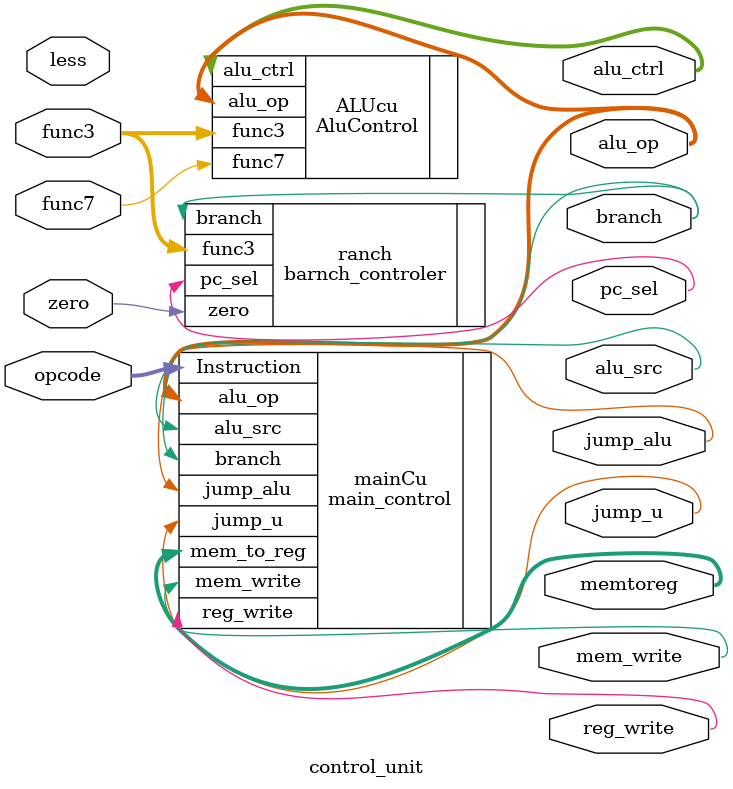
<source format=sv>
`timescale 1ns / 1ps


module control_unit(
    input logic [6:0] opcode,
    input logic func7,
    input logic  [2:0] func3,
    
    input logic less,
    input logic zero,
    output logic pc_sel,
    output  logic jump_alu,
    output logic branch,
    output logic mem_write,
    output logic [1:0] memtoreg,
    output logic alu_src,
    output logic reg_write,
    output logic [1:0] alu_op,
    output logic [3:0] alu_ctrl,
    output logic jump_u
    );
    
    main_control mainCu(
    .Instruction(opcode),
    .branch(branch),
    .mem_write(mem_write),
    .mem_to_reg(memtoreg),
    .alu_src(alu_src),
    .reg_write(reg_write),
    .alu_op(alu_op),
    .jump_alu(jump_alu),
    .jump_u(jump_u)
);

    AluControl ALUcu(
    .alu_op(alu_op),
    .func3(func3),
    .func7(func7),
    .alu_ctrl(alu_ctrl)
    );


barnch_controler ranch ( .func3(func3), .zero(zero), .branch(branch),  .pc_sel(pc_sel));


endmodule

</source>
